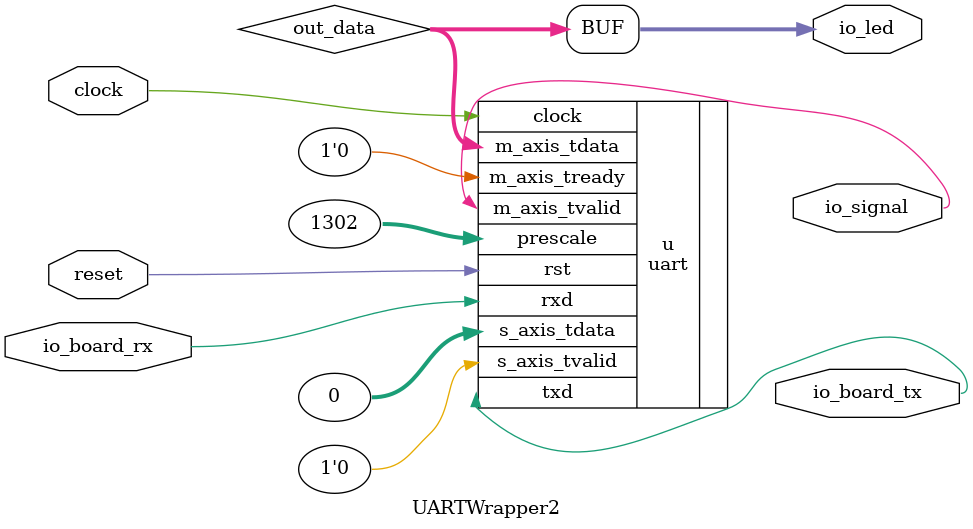
<source format=v>
`timescale 1ns / 1ps

module UARTWrapper2(
  input        clock,
  input        reset,
  input        io_board_rx,
  output       io_board_tx,
  output [7:0] io_led,
  output       io_signal
    );
    wire [7:0] out_data;
    //baud 9600
    //prescale 1302
    uart u(
    .clock(clock),
    .rst(reset),

    /*
     * AXI input
     */
    .s_axis_tdata(0),
    .s_axis_tvalid(1'b0),
    //.s_axis_tready,

    /*
     * AXI output
     */
    .m_axis_tdata(out_data),
    .m_axis_tvalid(io_signal),
    .m_axis_tready(1'b0),

    /*
     * UART interface
     */
    .rxd(io_board_rx),
    .txd(io_board_tx),

    /*
     * Status
     */
    // output wire                   tx_busy,
    // output wire                   rx_busy,
    // output wire                   rx_overrun_error,
    // output wire                   rx_frame_error,

    /*
     * Configuration
     */
    .prescale(1302)
    );
    assign io_led=out_data;

endmodule

</source>
